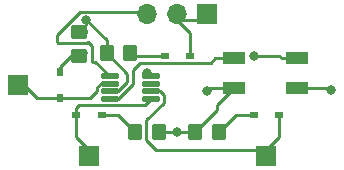
<source format=gbr>
%TF.GenerationSoftware,KiCad,Pcbnew,7.0.9*%
%TF.CreationDate,2024-03-13T02:42:53-05:00*%
%TF.ProjectId,MUX,4d55582e-6b69-4636-9164-5f7063625858,rev?*%
%TF.SameCoordinates,Original*%
%TF.FileFunction,Copper,L1,Top*%
%TF.FilePolarity,Positive*%
%FSLAX46Y46*%
G04 Gerber Fmt 4.6, Leading zero omitted, Abs format (unit mm)*
G04 Created by KiCad (PCBNEW 7.0.9) date 2024-03-13 02:42:53*
%MOMM*%
%LPD*%
G01*
G04 APERTURE LIST*
G04 Aperture macros list*
%AMRoundRect*
0 Rectangle with rounded corners*
0 $1 Rounding radius*
0 $2 $3 $4 $5 $6 $7 $8 $9 X,Y pos of 4 corners*
0 Add a 4 corners polygon primitive as box body*
4,1,4,$2,$3,$4,$5,$6,$7,$8,$9,$2,$3,0*
0 Add four circle primitives for the rounded corners*
1,1,$1+$1,$2,$3*
1,1,$1+$1,$4,$5*
1,1,$1+$1,$6,$7*
1,1,$1+$1,$8,$9*
0 Add four rect primitives between the rounded corners*
20,1,$1+$1,$2,$3,$4,$5,0*
20,1,$1+$1,$4,$5,$6,$7,0*
20,1,$1+$1,$6,$7,$8,$9,0*
20,1,$1+$1,$8,$9,$2,$3,0*%
G04 Aperture macros list end*
%TA.AperFunction,SMDPad,CuDef*%
%ADD10R,0.609600X0.660400*%
%TD*%
%TA.AperFunction,SMDPad,CuDef*%
%ADD11R,0.660400X0.609600*%
%TD*%
%TA.AperFunction,SMDPad,CuDef*%
%ADD12RoundRect,0.020000X0.690000X0.180000X-0.690000X0.180000X-0.690000X-0.180000X0.690000X-0.180000X0*%
%TD*%
%TA.AperFunction,SMDPad,CuDef*%
%ADD13RoundRect,0.250000X0.350000X0.450000X-0.350000X0.450000X-0.350000X-0.450000X0.350000X-0.450000X0*%
%TD*%
%TA.AperFunction,SMDPad,CuDef*%
%ADD14RoundRect,0.250000X-0.350000X-0.450000X0.350000X-0.450000X0.350000X0.450000X-0.350000X0.450000X0*%
%TD*%
%TA.AperFunction,ComponentPad*%
%ADD15R,1.700000X1.700000*%
%TD*%
%TA.AperFunction,ComponentPad*%
%ADD16O,1.700000X1.700000*%
%TD*%
%TA.AperFunction,SMDPad,CuDef*%
%ADD17R,1.875000X1.050000*%
%TD*%
%TA.AperFunction,SMDPad,CuDef*%
%ADD18RoundRect,0.250000X0.450000X-0.350000X0.450000X0.350000X-0.450000X0.350000X-0.450000X-0.350000X0*%
%TD*%
%TA.AperFunction,ViaPad*%
%ADD19C,0.800000*%
%TD*%
%TA.AperFunction,Conductor*%
%ADD20C,0.250000*%
%TD*%
G04 APERTURE END LIST*
D10*
%TO.P,LED4,1*%
%TO.N,Net-(LED4-Pad1)*%
X145000000Y-86420500D03*
%TO.P,LED4,2*%
%TO.N,Net-(J6-Pin_1)*%
X145000000Y-88579500D03*
%TD*%
D11*
%TO.P,LED3,1*%
%TO.N,Net-(LED3-Pad1)*%
X153920500Y-85000000D03*
%TO.P,LED3,2*%
%TO.N,Net-(J3-Pin_1)*%
X156079500Y-85000000D03*
%TD*%
%TO.P,LED2,1*%
%TO.N,Net-(LED2-Pad1)*%
X161420500Y-90000000D03*
%TO.P,LED2,2*%
%TO.N,Net-(J2-Pin_1)*%
X163579500Y-90000000D03*
%TD*%
%TO.P,LED1,1*%
%TO.N,Net-(LED1-Pad1)*%
X148579500Y-90000000D03*
%TO.P,LED1,2*%
%TO.N,Net-(J1-Pin_1)*%
X146420500Y-90000000D03*
%TD*%
D12*
%TO.P,U1,1,A*%
%TO.N,Net-(J1-Pin_1)*%
X152770000Y-88675000D03*
%TO.P,U1,2,B*%
%TO.N,Net-(J2-Pin_1)*%
X152770000Y-88025000D03*
%TO.P,U1,3,~{Y}*%
%TO.N,unconnected-(U1-~{Y}-Pad3)*%
X152770000Y-87375000D03*
%TO.P,U1,4,GND*%
%TO.N,GND*%
X152770000Y-86725000D03*
%TO.P,U1,5,Y*%
%TO.N,Net-(J3-Pin_1)*%
X149230000Y-86725000D03*
%TO.P,U1,6,~{A}/B*%
%TO.N,Net-(J6-Pin_1)*%
X149230000Y-87375000D03*
%TO.P,U1,7,~{G}*%
%TO.N,GND*%
X149230000Y-88025000D03*
%TO.P,U1,8,VCC*%
%TO.N,VCC*%
X149230000Y-88675000D03*
%TD*%
D13*
%TO.P,R3,1*%
%TO.N,Net-(LED3-Pad1)*%
X151000000Y-84800000D03*
%TO.P,R3,2*%
%TO.N,GND*%
X149000000Y-84800000D03*
%TD*%
D14*
%TO.P,R1,1*%
%TO.N,Net-(LED1-Pad1)*%
X151400000Y-91440000D03*
%TO.P,R1,2*%
%TO.N,GND*%
X153400000Y-91440000D03*
%TD*%
D13*
%TO.P,R2,1*%
%TO.N,Net-(LED2-Pad1)*%
X158480000Y-91440000D03*
%TO.P,R2,2*%
%TO.N,GND*%
X156480000Y-91440000D03*
%TD*%
D15*
%TO.P,J1,1,Pin_1*%
%TO.N,Net-(J1-Pin_1)*%
X147500000Y-93500000D03*
%TD*%
%TO.P,J2,1,Pin_1*%
%TO.N,Net-(J2-Pin_1)*%
X162500000Y-93500000D03*
%TD*%
%TO.P,J3,1,Pin_1*%
%TO.N,Net-(J3-Pin_1)*%
X157500000Y-81500000D03*
D16*
%TO.P,J3,2,Pin_2*%
X154960000Y-81500000D03*
%TO.P,J3,3,Pin_3*%
X152420000Y-81500000D03*
%TD*%
D17*
%TO.P,D1,1*%
%TO.N,VCC*%
X159775000Y-85250000D03*
%TO.P,D1,2*%
%TO.N,Net-(J5-PWR)*%
X165100000Y-85250000D03*
%TO.P,D1,3*%
%TO.N,GND*%
X159775000Y-87750000D03*
%TO.P,D1,4*%
%TO.N,Net-(J4-PWR)*%
X165100000Y-87750000D03*
%TD*%
D15*
%TO.P,J6,1,Pin_1*%
%TO.N,Net-(J6-Pin_1)*%
X141500000Y-87500000D03*
%TD*%
D18*
%TO.P,R4,1*%
%TO.N,Net-(LED4-Pad1)*%
X146650000Y-85000000D03*
%TO.P,R4,2*%
%TO.N,GND*%
X146650000Y-83000000D03*
%TD*%
D19*
%TO.N,GND*%
X152400000Y-86500000D03*
X157480000Y-88000000D03*
X154940000Y-91440000D03*
X147274072Y-82000000D03*
%TO.N,Net-(J5-PWR)*%
X161500000Y-85000000D03*
%TO.N,Net-(J4-PWR)*%
X168000000Y-87935641D03*
%TD*%
D20*
%TO.N,Net-(J2-Pin_1)*%
X163579500Y-91920500D02*
X163579500Y-90000000D01*
X152325000Y-92128173D02*
X153196827Y-93000000D01*
X153805000Y-88998458D02*
X152325000Y-90478458D01*
X153196827Y-93000000D02*
X162500000Y-93000000D01*
X153805000Y-88350001D02*
X153805000Y-88998458D01*
X152325000Y-90478458D02*
X152325000Y-92128173D01*
X162500000Y-93000000D02*
X163579500Y-91920500D01*
X152770000Y-88025000D02*
X153479999Y-88025000D01*
X153479999Y-88025000D02*
X153805000Y-88350001D01*
%TO.N,Net-(J3-Pin_1)*%
X148024072Y-85519072D02*
X147724072Y-85519072D01*
X149230000Y-86725000D02*
X148024072Y-85519072D01*
%TO.N,Net-(J6-Pin_1)*%
X148195000Y-88025000D02*
X147588205Y-88631795D01*
X148520001Y-87375000D02*
X148195000Y-87700001D01*
X148195000Y-87700001D02*
X148195000Y-88025000D01*
X149230000Y-87375000D02*
X148520001Y-87375000D01*
%TO.N,GND*%
X150725000Y-87239999D02*
X149939999Y-88025000D01*
X149939999Y-88025000D02*
X149230000Y-88025000D01*
X150725000Y-86525000D02*
X150725000Y-87239999D01*
X149000000Y-84800000D02*
X150725000Y-86525000D01*
%TO.N,VCC*%
X149939999Y-88675000D02*
X149230000Y-88675000D01*
X151198638Y-87416361D02*
X149939999Y-88675000D01*
X151198638Y-86238458D02*
X151198638Y-87416361D01*
X151768755Y-85668341D02*
X151198638Y-86238458D01*
%TO.N,GND*%
X152405000Y-86360000D02*
X152400000Y-86360000D01*
X152770000Y-86725000D02*
X152405000Y-86360000D01*
X157730000Y-87750000D02*
X157480000Y-88000000D01*
X159775000Y-87750000D02*
X157730000Y-87750000D01*
%TO.N,VCC*%
X158197500Y-85250000D02*
X159775000Y-85250000D01*
X157779159Y-85668341D02*
X158197500Y-85250000D01*
X151768755Y-85668341D02*
X157779159Y-85668341D01*
%TO.N,Net-(J6-Pin_1)*%
X145000000Y-88579500D02*
X145052295Y-88631795D01*
X145052295Y-88631795D02*
X147588205Y-88631795D01*
%TO.N,Net-(J1-Pin_1)*%
X146420500Y-89445200D02*
X146420500Y-90000000D01*
X146665700Y-89200000D02*
X146420500Y-89445200D01*
X152245000Y-89200000D02*
X146665700Y-89200000D01*
X152770000Y-88675000D02*
X152245000Y-89200000D01*
%TO.N,GND*%
X147274072Y-82000000D02*
X149000000Y-83725928D01*
X147274072Y-82881020D02*
X147274072Y-83074072D01*
X147274072Y-82375928D02*
X146650000Y-83000000D01*
X147274072Y-82000000D02*
X147274072Y-82375928D01*
X156480000Y-91440000D02*
X154940000Y-91440000D01*
X154940000Y-91440000D02*
X153400000Y-91440000D01*
X159775000Y-87750000D02*
X158337500Y-89187500D01*
X158337500Y-89582500D02*
X156480000Y-91440000D01*
X149000000Y-83725928D02*
X149000000Y-84800000D01*
X158337500Y-89187500D02*
X158337500Y-89582500D01*
%TO.N,VCC*%
X151175000Y-86737904D02*
X151175000Y-86262096D01*
X151175000Y-86262096D02*
X151768755Y-85668341D01*
%TO.N,Net-(LED1-Pad1)*%
X149960000Y-90000000D02*
X151400000Y-91440000D01*
X148579500Y-90000000D02*
X149960000Y-90000000D01*
%TO.N,Net-(LED2-Pad1)*%
X159920000Y-90000000D02*
X158480000Y-91440000D01*
X161420500Y-90000000D02*
X159920000Y-90000000D01*
%TO.N,Net-(LED3-Pad1)*%
X151200000Y-85000000D02*
X151000000Y-84800000D01*
X153920500Y-85000000D02*
X151200000Y-85000000D01*
%TO.N,Net-(J1-Pin_1)*%
X146420500Y-91920500D02*
X146420500Y-90000000D01*
X147500000Y-93000000D02*
X146420500Y-91920500D01*
%TO.N,Net-(J3-Pin_1)*%
X154960000Y-82000000D02*
X156079500Y-83119500D01*
X144780000Y-83249900D02*
X146754900Y-81275000D01*
X157500000Y-82000000D02*
X154960000Y-82000000D01*
X144885000Y-83925000D02*
X144780000Y-83820000D01*
X147385050Y-83885050D02*
X147345100Y-83925000D01*
X146754900Y-81275000D02*
X152195000Y-81275000D01*
X147724072Y-85519072D02*
X147724072Y-84224072D01*
X152195000Y-81275000D02*
X152420000Y-81500000D01*
X147345100Y-83925000D02*
X144885000Y-83925000D01*
X156079500Y-83119500D02*
X156079500Y-85000000D01*
X144780000Y-83820000D02*
X144780000Y-83249900D01*
X147724072Y-84224072D02*
X147385050Y-83885050D01*
%TO.N,Net-(J5-PWR)*%
X163802500Y-85250000D02*
X163552500Y-85000000D01*
X165100000Y-85250000D02*
X163802500Y-85250000D01*
X161500000Y-85000000D02*
X163552500Y-85000000D01*
%TO.N,Net-(J4-PWR)*%
X167814359Y-87750000D02*
X165100000Y-87750000D01*
X168000000Y-87935641D02*
X167814359Y-87750000D01*
X167454359Y-87750000D02*
X165100000Y-87750000D01*
%TO.N,Net-(J6-Pin_1)*%
X143079500Y-88579500D02*
X145000000Y-88579500D01*
X142000000Y-87500000D02*
X143079500Y-88579500D01*
%TO.N,Net-(LED4-Pad1)*%
X145936777Y-85000000D02*
X145000000Y-85936777D01*
X147210000Y-84800000D02*
X146650000Y-85360000D01*
X146650000Y-85360000D02*
X147274072Y-84735928D01*
X145000000Y-85936777D02*
X145000000Y-86420500D01*
X146650000Y-85000000D02*
X145936777Y-85000000D01*
%TD*%
M02*

</source>
